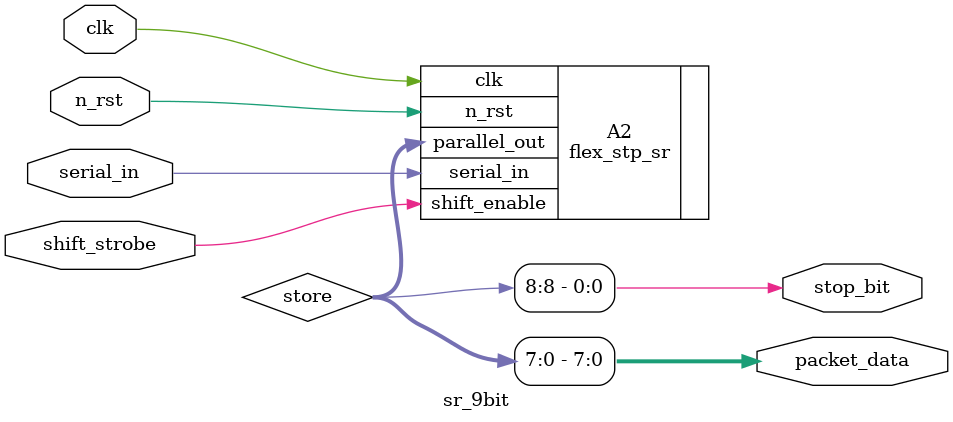
<source format=sv>
module sr_9bit
(
	input wire clk,
	input wire n_rst,
	input wire shift_strobe,
	input wire serial_in,
	output wire [7:0]packet_data,
	output wire stop_bit
);

reg [8:0] store;
flex_stp_sr #(9,0) A2(.clk(clk), .n_rst(n_rst), .shift_enable(shift_strobe), .serial_in(serial_in), .parallel_out(store));
assign stop_bit = store[8];
assign packet_data = store[7:0];
endmodule 

</source>
